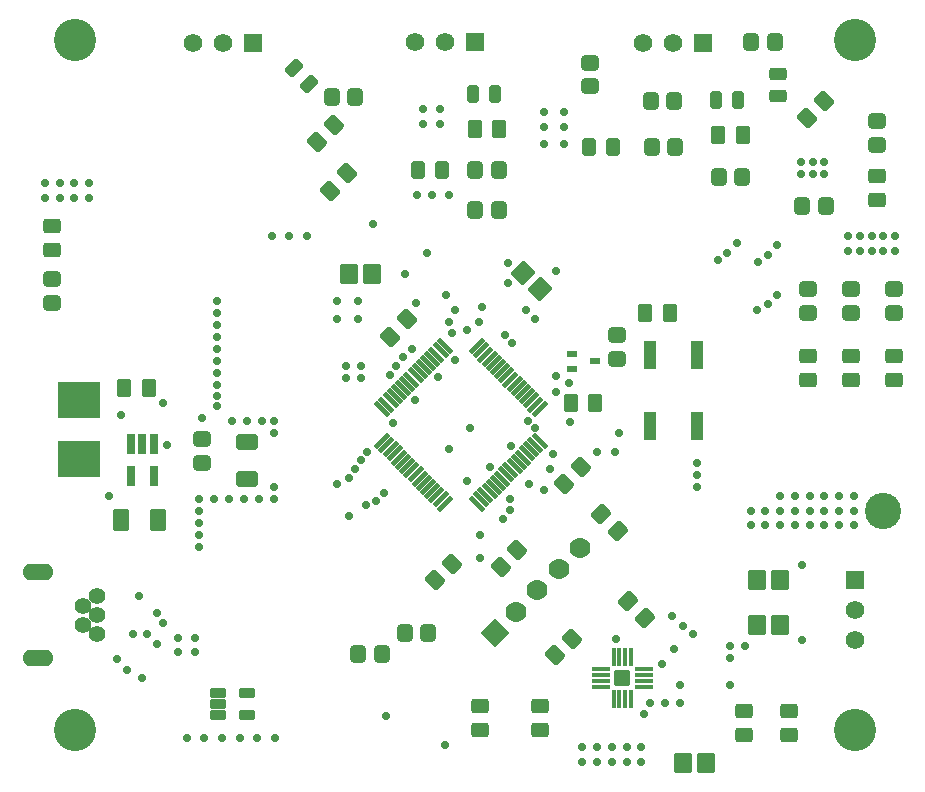
<source format=gbr>
%TF.GenerationSoftware,KiCad,Pcbnew,7.0.10*%
%TF.CreationDate,2024-03-08T11:24:00-05:00*%
%TF.ProjectId,TrumpetMelody,5472756d-7065-4744-9d65-6c6f64792e6b,rev?*%
%TF.SameCoordinates,Original*%
%TF.FileFunction,Soldermask,Top*%
%TF.FilePolarity,Negative*%
%FSLAX46Y46*%
G04 Gerber Fmt 4.6, Leading zero omitted, Abs format (unit mm)*
G04 Created by KiCad (PCBNEW 7.0.10) date 2024-03-08 11:24:00*
%MOMM*%
%LPD*%
G01*
G04 APERTURE LIST*
G04 Aperture macros list*
%AMRoundRect*
0 Rectangle with rounded corners*
0 $1 Rounding radius*
0 $2 $3 $4 $5 $6 $7 $8 $9 X,Y pos of 4 corners*
0 Add a 4 corners polygon primitive as box body*
4,1,4,$2,$3,$4,$5,$6,$7,$8,$9,$2,$3,0*
0 Add four circle primitives for the rounded corners*
1,1,$1+$1,$2,$3*
1,1,$1+$1,$4,$5*
1,1,$1+$1,$6,$7*
1,1,$1+$1,$8,$9*
0 Add four rect primitives between the rounded corners*
20,1,$1+$1,$2,$3,$4,$5,0*
20,1,$1+$1,$4,$5,$6,$7,0*
20,1,$1+$1,$6,$7,$8,$9,0*
20,1,$1+$1,$8,$9,$2,$3,0*%
%AMHorizOval*
0 Thick line with rounded ends*
0 $1 width*
0 $2 $3 position (X,Y) of the first rounded end (center of the circle)*
0 $4 $5 position (X,Y) of the second rounded end (center of the circle)*
0 Add line between two ends*
20,1,$1,$2,$3,$4,$5,0*
0 Add two circle primitives to create the rounded ends*
1,1,$1,$2,$3*
1,1,$1,$4,$5*%
G04 Aperture macros list end*
%ADD10RoundRect,0.102000X-0.642500X-0.735000X0.642500X-0.735000X0.642500X0.735000X-0.642500X0.735000X0*%
%ADD11RoundRect,0.102000X-0.685000X-0.685000X0.685000X-0.685000X0.685000X0.685000X-0.685000X0.685000X0*%
%ADD12C,1.574000*%
%ADD13RoundRect,0.265833X-0.472167X0.372167X-0.472167X-0.372167X0.472167X-0.372167X0.472167X0.372167X0*%
%ADD14RoundRect,0.265833X-0.372167X-0.472167X0.372167X-0.472167X0.372167X0.472167X-0.372167X0.472167X0*%
%ADD15RoundRect,0.265833X-0.070711X0.597034X-0.597034X0.070711X0.070711X-0.597034X0.597034X-0.070711X0*%
%ADD16RoundRect,0.265833X0.070711X-0.597034X0.597034X-0.070711X-0.070711X0.597034X-0.597034X0.070711X0*%
%ADD17RoundRect,0.266170X-0.097227X0.605397X-0.605397X0.097227X0.097227X-0.605397X0.605397X-0.097227X0*%
%ADD18RoundRect,0.266170X0.359330X0.496830X-0.359330X0.496830X-0.359330X-0.496830X0.359330X-0.496830X0*%
%ADD19C,3.576000*%
%ADD20RoundRect,0.262750X-0.521845X-0.150260X-0.150260X-0.521845X0.521845X0.150260X0.150260X0.521845X0*%
%ADD21RoundRect,0.265833X0.372167X0.472167X-0.372167X0.472167X-0.372167X-0.472167X0.372167X-0.472167X0*%
%ADD22RoundRect,0.262750X0.475250X-0.262750X0.475250X0.262750X-0.475250X0.262750X-0.475250X-0.262750X0*%
%ADD23RoundRect,0.265833X-0.597034X-0.070711X-0.070711X-0.597034X0.597034X0.070711X0.070711X0.597034X0*%
%ADD24C,1.412000*%
%ADD25O,2.620000X1.412000*%
%ADD26RoundRect,0.266170X-0.496830X0.359330X-0.496830X-0.359330X0.496830X-0.359330X0.496830X0.359330X0*%
%ADD27RoundRect,0.265833X0.472167X-0.372167X0.472167X0.372167X-0.472167X0.372167X-0.472167X-0.372167X0*%
%ADD28RoundRect,0.102000X0.642500X0.735000X-0.642500X0.735000X-0.642500X-0.735000X0.642500X-0.735000X0*%
%ADD29RoundRect,0.266522X0.471478X-0.346478X0.471478X0.346478X-0.471478X0.346478X-0.471478X-0.346478X0*%
%ADD30RoundRect,0.038000X-0.127000X-0.749300X0.127000X-0.749300X0.127000X0.749300X-0.127000X0.749300X0*%
%ADD31RoundRect,0.038000X-0.749300X0.127000X-0.749300X-0.127000X0.749300X-0.127000X0.749300X0.127000X0*%
%ADD32RoundRect,0.038000X-0.622300X0.622300X-0.622300X-0.622300X0.622300X-0.622300X0.622300X0.622300X0*%
%ADD33RoundRect,0.266522X-0.471478X0.346478X-0.471478X-0.346478X0.471478X-0.346478X0.471478X0.346478X0*%
%ADD34RoundRect,0.038000X-0.325000X0.780000X-0.325000X-0.780000X0.325000X-0.780000X0.325000X0.780000X0*%
%ADD35RoundRect,0.038000X1.750000X-1.500000X1.750000X1.500000X-1.750000X1.500000X-1.750000X-1.500000X0*%
%ADD36RoundRect,0.262750X-0.262750X-0.475250X0.262750X-0.475250X0.262750X0.475250X-0.262750X0.475250X0*%
%ADD37RoundRect,0.038000X-0.500000X1.125000X-0.500000X-1.125000X0.500000X-1.125000X0.500000X1.125000X0*%
%ADD38RoundRect,0.266522X-0.346478X-0.471478X0.346478X-0.471478X0.346478X0.471478X-0.346478X0.471478X0*%
%ADD39C,3.076000*%
%ADD40RoundRect,0.266170X-0.359330X-0.496830X0.359330X-0.496830X0.359330X0.496830X-0.359330X0.496830X0*%
%ADD41RoundRect,0.102000X-0.974040X-0.065407X-0.065407X-0.974040X0.974040X0.065407X0.065407X0.974040X0*%
%ADD42RoundRect,0.038000X1.202082X0.000000X0.000000X1.202082X-1.202082X0.000000X0.000000X-1.202082X0*%
%ADD43HorizOval,1.776000X0.000000X0.000000X0.000000X0.000000X0*%
%ADD44RoundRect,0.264340X-0.436160X-0.673660X0.436160X-0.673660X0.436160X0.673660X-0.436160X0.673660X0*%
%ADD45RoundRect,0.094000X0.441942X0.574878X-0.574878X-0.441942X-0.441942X-0.574878X0.574878X0.441942X0*%
%ADD46RoundRect,0.094000X-0.441942X0.574878X-0.574878X0.441942X0.441942X-0.574878X0.574878X-0.441942X0*%
%ADD47RoundRect,0.262750X0.262750X0.475250X-0.262750X0.475250X-0.262750X-0.475250X0.262750X-0.475250X0*%
%ADD48RoundRect,0.038000X-0.350000X0.225000X-0.350000X-0.225000X0.350000X-0.225000X0.350000X0.225000X0*%
%ADD49RoundRect,0.119100X-0.587900X-0.277900X0.587900X-0.277900X0.587900X0.277900X-0.587900X0.277900X0*%
%ADD50RoundRect,0.102000X0.685000X-0.685000X0.685000X0.685000X-0.685000X0.685000X-0.685000X-0.685000X0*%
%ADD51RoundRect,0.266170X0.097227X-0.605397X0.605397X-0.097227X-0.097227X0.605397X-0.605397X0.097227X0*%
%ADD52RoundRect,0.264615X0.648385X-0.423385X0.648385X0.423385X-0.648385X0.423385X-0.648385X-0.423385X0*%
%ADD53C,0.736400*%
%ADD54C,1.092000*%
%ADD55C,1.876000*%
G04 APERTURE END LIST*
D10*
%TO.C,FB5*%
X203878000Y-112014000D03*
X205824000Y-112014000D03*
%TD*%
D11*
%TO.C,J3*%
X205613000Y-51054000D03*
D12*
X203073000Y-51054000D03*
X200533000Y-51054000D03*
%TD*%
D13*
%TO.C,R15*%
X218097000Y-71866000D03*
X218097000Y-73866000D03*
%TD*%
D14*
%TO.C,R4*%
X174133000Y-55626000D03*
X176133000Y-55626000D03*
%TD*%
D15*
%TO.C,R23*%
X184294214Y-95105786D03*
X182880000Y-96520000D03*
%TD*%
D16*
%TO.C,R3*%
X172901893Y-59381107D03*
X174316107Y-57966893D03*
%TD*%
%TO.C,R11*%
X193040000Y-102870000D03*
X194454214Y-101455786D03*
%TD*%
D14*
%TO.C,R20*%
X186318041Y-61770219D03*
X188318041Y-61770219D03*
%TD*%
D17*
%TO.C,C17*%
X215836078Y-55937745D03*
X214368832Y-57404991D03*
%TD*%
D18*
%TO.C,C19*%
X188342060Y-58301493D03*
X186267060Y-58301493D03*
%TD*%
D19*
%TO.C,H3*%
X218440000Y-109220000D03*
%TD*%
D20*
%TO.C,D1*%
X170914087Y-53185087D03*
X172239913Y-54510913D03*
%TD*%
D10*
%TO.C,FB2*%
X210144000Y-96520000D03*
X212090000Y-96520000D03*
%TD*%
D21*
%TO.C,R9*%
X208904403Y-62394663D03*
X206904403Y-62394663D03*
%TD*%
D22*
%TO.C,D2*%
X211963000Y-55547500D03*
X211963000Y-53672500D03*
%TD*%
D11*
%TO.C,J4*%
X167513000Y-51054000D03*
D12*
X164973000Y-51054000D03*
X162433000Y-51054000D03*
%TD*%
D23*
%TO.C,R26*%
X199245786Y-98280786D03*
X200660000Y-99695000D03*
%TD*%
D24*
%TO.C,J1*%
X154286352Y-97874978D03*
X153086352Y-98674978D03*
X154286352Y-99474978D03*
X153086352Y-100274978D03*
X154286352Y-101074978D03*
D25*
X149236352Y-103124978D03*
X149236352Y-95824978D03*
%TD*%
D26*
%TO.C,C13*%
X191770000Y-107145000D03*
X191770000Y-109220000D03*
%TD*%
D14*
%TO.C,R21*%
X176381296Y-102761319D03*
X178381296Y-102761319D03*
%TD*%
D27*
%TO.C,R18*%
X220328375Y-59632634D03*
X220328375Y-57632634D03*
%TD*%
D28*
%TO.C,FB3*%
X212131000Y-100330000D03*
X210185000Y-100330000D03*
%TD*%
D15*
%TO.C,R2*%
X195269214Y-86955786D03*
X193855000Y-88370000D03*
%TD*%
D29*
%TO.C,D13*%
X221784857Y-79599857D03*
X221784857Y-77549857D03*
%TD*%
D30*
%TO.C,U3*%
X199505001Y-102984300D03*
X199005000Y-102984300D03*
X198505000Y-102984300D03*
X198004999Y-102984300D03*
D31*
X196964300Y-104024999D03*
X196964300Y-104525000D03*
X196964300Y-105025000D03*
X196964300Y-105525001D03*
D30*
X198004999Y-106565700D03*
X198505000Y-106565700D03*
X199005000Y-106565700D03*
X199505001Y-106565700D03*
D31*
X200545700Y-105525001D03*
X200545700Y-105025000D03*
X200545700Y-104525000D03*
X200545700Y-104024999D03*
D32*
X198755000Y-104775000D03*
%TD*%
D33*
%TO.C,D10*%
X150495000Y-66530000D03*
X150495000Y-68580000D03*
%TD*%
D34*
%TO.C,U2*%
X159065000Y-85010000D03*
X158115000Y-85010000D03*
X157165000Y-85010000D03*
X157165000Y-87710000D03*
X159065000Y-87710000D03*
%TD*%
D35*
%TO.C,LQH1*%
X152781000Y-86280000D03*
X152781000Y-81280000D03*
%TD*%
D36*
%TO.C,D3*%
X186133500Y-55372000D03*
X188008500Y-55372000D03*
%TD*%
D26*
%TO.C,C12*%
X212831667Y-107578444D03*
X212831667Y-109653444D03*
%TD*%
%TO.C,C10*%
X186690000Y-107145000D03*
X186690000Y-109220000D03*
%TD*%
D14*
%TO.C,R6*%
X186272737Y-65143476D03*
X188272737Y-65143476D03*
%TD*%
D11*
%TO.C,RV1*%
X186255606Y-50919442D03*
D12*
X183715606Y-50919442D03*
X181175606Y-50919442D03*
%TD*%
D37*
%TO.C,SW1*%
X205105000Y-77470000D03*
X205105000Y-83470000D03*
X201105000Y-77470000D03*
X201105000Y-83470000D03*
%TD*%
D14*
%TO.C,R22*%
X180340000Y-100965000D03*
X182340000Y-100965000D03*
%TD*%
D27*
%TO.C,R17*%
X150495000Y-73025000D03*
X150495000Y-71025000D03*
%TD*%
D14*
%TO.C,R8*%
X213965738Y-64805458D03*
X215965738Y-64805458D03*
%TD*%
D38*
%TO.C,D7*%
X195952000Y-59877781D03*
X198002000Y-59877781D03*
%TD*%
D29*
%TO.C,D12*%
X218097000Y-79581000D03*
X218097000Y-77531000D03*
%TD*%
D39*
%TO.C,GND TP*%
X220855000Y-90620000D03*
%TD*%
D40*
%TO.C,C6*%
X200677011Y-73914000D03*
X202752011Y-73914000D03*
%TD*%
%TO.C,C9*%
X194394000Y-81534000D03*
X196469000Y-81534000D03*
%TD*%
D14*
%TO.C,R19*%
X201233946Y-59823090D03*
X203233946Y-59823090D03*
%TD*%
D17*
%TO.C,C11*%
X175431846Y-62058154D03*
X173964600Y-63525400D03*
%TD*%
D40*
%TO.C,C18*%
X206874152Y-58783961D03*
X208949152Y-58783961D03*
%TD*%
D27*
%TO.C,R1*%
X198322970Y-77747943D03*
X198322970Y-75747943D03*
%TD*%
D19*
%TO.C,H4*%
X152400000Y-109220000D03*
%TD*%
%TO.C,H2*%
X218440000Y-50800000D03*
%TD*%
D41*
%TO.C,FB4*%
X190368570Y-70480570D03*
X191744600Y-71856600D03*
%TD*%
D27*
%TO.C,R7*%
X196035339Y-54695220D03*
X196035339Y-52695220D03*
%TD*%
D19*
%TO.C,H1*%
X152400000Y-50800000D03*
%TD*%
D23*
%TO.C,R25*%
X196929515Y-90899070D03*
X198343729Y-92313284D03*
%TD*%
D29*
%TO.C,D11*%
X214468000Y-79581000D03*
X214468000Y-77531000D03*
%TD*%
D38*
%TO.C,D9*%
X181467602Y-61802042D03*
X183517602Y-61802042D03*
%TD*%
D40*
%TO.C,GRM21*%
X156569500Y-80264000D03*
X158644500Y-80264000D03*
%TD*%
D26*
%TO.C,C14*%
X209042338Y-107578444D03*
X209042338Y-109653444D03*
%TD*%
D42*
%TO.C,J2*%
X187960000Y-100965000D03*
D43*
X189756051Y-99168949D03*
X191552102Y-97372898D03*
X193348154Y-95576846D03*
X195144205Y-93780795D03*
%TD*%
D44*
%TO.C,GRM31*%
X156298500Y-91440000D03*
X159423500Y-91440000D03*
%TD*%
D10*
%TO.C,FB1*%
X175605000Y-70620000D03*
X177551000Y-70620000D03*
%TD*%
D16*
%TO.C,R24*%
X188450786Y-95394214D03*
X189865000Y-93980000D03*
%TD*%
D45*
%TO.C,U1*%
X191750464Y-82003302D03*
X191396911Y-81649749D03*
X191043358Y-81296196D03*
X190689804Y-80942642D03*
X190336251Y-80589089D03*
X189982697Y-80235535D03*
X189629144Y-79881982D03*
X189275591Y-79528429D03*
X188922037Y-79174875D03*
X188568484Y-78821322D03*
X188214931Y-78467769D03*
X187861377Y-78114215D03*
X187507824Y-77760662D03*
X187154270Y-77407108D03*
X186800717Y-77053555D03*
X186447164Y-76700002D03*
D46*
X183724802Y-76700002D03*
X183371249Y-77053555D03*
X183017696Y-77407108D03*
X182664142Y-77760662D03*
X182310589Y-78114215D03*
X181957035Y-78467769D03*
X181603482Y-78821322D03*
X181249929Y-79174875D03*
X180896375Y-79528429D03*
X180542822Y-79881982D03*
X180189269Y-80235535D03*
X179835715Y-80589089D03*
X179482162Y-80942642D03*
X179128608Y-81296196D03*
X178775055Y-81649749D03*
X178421502Y-82003302D03*
D45*
X178421502Y-84725664D03*
X178775055Y-85079217D03*
X179128608Y-85432770D03*
X179482162Y-85786324D03*
X179835715Y-86139877D03*
X180189269Y-86493431D03*
X180542822Y-86846984D03*
X180896375Y-87200537D03*
X181249929Y-87554091D03*
X181603482Y-87907644D03*
X181957035Y-88261197D03*
X182310589Y-88614751D03*
X182664142Y-88968304D03*
X183017696Y-89321858D03*
X183371249Y-89675411D03*
X183724802Y-90028964D03*
D46*
X186447164Y-90028964D03*
X186800717Y-89675411D03*
X187154270Y-89321858D03*
X187507824Y-88968304D03*
X187861377Y-88614751D03*
X188214931Y-88261197D03*
X188568484Y-87907644D03*
X188922037Y-87554091D03*
X189275591Y-87200537D03*
X189629144Y-86846984D03*
X189982697Y-86493431D03*
X190336251Y-86139877D03*
X190689804Y-85786324D03*
X191043358Y-85432770D03*
X191396911Y-85079217D03*
X191750464Y-84725664D03*
%TD*%
D13*
%TO.C,R14*%
X214468000Y-71866000D03*
X214468000Y-73866000D03*
%TD*%
D47*
%TO.C,D4*%
X208582500Y-55880000D03*
X206707500Y-55880000D03*
%TD*%
D13*
%TO.C,R16*%
X221731500Y-71894894D03*
X221731500Y-73894894D03*
%TD*%
D21*
%TO.C,R5*%
X211662118Y-50938708D03*
X209662118Y-50938708D03*
%TD*%
D48*
%TO.C,U4*%
X194453000Y-77328000D03*
X194453000Y-78628000D03*
X196453000Y-77978000D03*
%TD*%
D13*
%TO.C,ERJ1*%
X163195000Y-84598000D03*
X163195000Y-86598000D03*
%TD*%
D49*
%TO.C,U5*%
X164495000Y-106050000D03*
X164495000Y-107000000D03*
X164495000Y-107950000D03*
X167005000Y-107950000D03*
X167005000Y-106050000D03*
%TD*%
D21*
%TO.C,R10*%
X203168000Y-55905400D03*
X201168000Y-55905400D03*
%TD*%
D50*
%TO.C,LS1*%
X218440000Y-96520000D03*
D12*
X218440000Y-99060000D03*
X218440000Y-101600000D03*
%TD*%
D51*
%TO.C,C16*%
X179075954Y-75889246D03*
X180543200Y-74422000D03*
%TD*%
D52*
%TO.C,RC1206*%
X167005000Y-87910000D03*
X167005000Y-84810000D03*
%TD*%
D29*
%TO.C,D8*%
X220334656Y-64309273D03*
X220334656Y-62259273D03*
%TD*%
D53*
X194355000Y-83120000D03*
X187560857Y-86900017D03*
X191363602Y-83644765D03*
X156312277Y-82552468D03*
X190742837Y-83010930D03*
X178605000Y-89120000D03*
X179299113Y-83183996D03*
X177014409Y-90117100D03*
X177912955Y-89813840D03*
X183141439Y-79298619D03*
X163195000Y-82804000D03*
X198501000Y-84074000D03*
X215855000Y-90620000D03*
X210855000Y-90620000D03*
X161855000Y-109870000D03*
X195355000Y-110620000D03*
X195355000Y-111870000D03*
X163355000Y-109870000D03*
X192105000Y-58120000D03*
X159893000Y-81534000D03*
X164465000Y-72898000D03*
X164465000Y-73914000D03*
X214605000Y-90620000D03*
X164211000Y-89662000D03*
X164465602Y-80898116D03*
X169291000Y-83058000D03*
X196605000Y-85620000D03*
X161105000Y-101370000D03*
X218855000Y-67370000D03*
X151105000Y-62870000D03*
X193855000Y-58120000D03*
X176605000Y-79370000D03*
X214605000Y-89370000D03*
X151105000Y-64120000D03*
X181855000Y-56620000D03*
X213355000Y-90620000D03*
X207855000Y-105370000D03*
X215855000Y-61120000D03*
X212105000Y-89370000D03*
X156845000Y-104140000D03*
X165481000Y-89662000D03*
X192105000Y-59620000D03*
X209105000Y-102120000D03*
X162605000Y-102620000D03*
X181855000Y-57870000D03*
X197855000Y-111870000D03*
X189105000Y-69620000D03*
X164465000Y-75946000D03*
X169291000Y-84074000D03*
X175355000Y-78370000D03*
X217855000Y-68620000D03*
X185855000Y-83620000D03*
X221855000Y-68620000D03*
X215855000Y-91870000D03*
X169291000Y-89662000D03*
X159331698Y-101931826D03*
X217855000Y-67370000D03*
X200355000Y-110620000D03*
X181355000Y-63870000D03*
X166355000Y-109870000D03*
X200355000Y-111870000D03*
X162941000Y-93726000D03*
X200605000Y-107870000D03*
X168021000Y-89662000D03*
X221855000Y-67370000D03*
X181254400Y-73050400D03*
X162941000Y-89662000D03*
X218355000Y-91870000D03*
X184105000Y-63870000D03*
X217105000Y-89370000D03*
X218855000Y-68620000D03*
X158505735Y-101077370D03*
X207855000Y-102120000D03*
X169355000Y-109870000D03*
X212105000Y-90620000D03*
D54*
X198755000Y-104775000D03*
D53*
X209605000Y-90620000D03*
X153605000Y-64120000D03*
X174605000Y-74370000D03*
X182605000Y-63870000D03*
X219855000Y-68620000D03*
X214605000Y-91870000D03*
X196605000Y-111870000D03*
X183769000Y-110490000D03*
X149855000Y-62870000D03*
X217105000Y-90620000D03*
X218355000Y-89370000D03*
X214855000Y-62120000D03*
X207855000Y-103120000D03*
X164465000Y-77978000D03*
X158115000Y-104775000D03*
X174605000Y-72870000D03*
X178725744Y-107974565D03*
X169291000Y-88646000D03*
X209605000Y-91870000D03*
X193855000Y-56870000D03*
X196605000Y-110620000D03*
X189328624Y-85132250D03*
X213355000Y-89370000D03*
X202355000Y-106870000D03*
X162941000Y-90678000D03*
X181196896Y-81243163D03*
X176355000Y-74370000D03*
X167855000Y-109870000D03*
X157287307Y-101063365D03*
X164465000Y-81788000D03*
X185616313Y-88137454D03*
X215855000Y-62120000D03*
X153605000Y-62870000D03*
X215855000Y-89370000D03*
X176605000Y-78370000D03*
X164465000Y-80010000D03*
X189105000Y-71370000D03*
X164855000Y-109870000D03*
X192105000Y-56870000D03*
X184105000Y-85370000D03*
X213855000Y-61120000D03*
X176355000Y-72870000D03*
X162605000Y-101370000D03*
X166751000Y-89662000D03*
X218355000Y-90620000D03*
X162941000Y-92710000D03*
X183355000Y-57870000D03*
X197855000Y-110620000D03*
X214855000Y-61120000D03*
X213355000Y-91870000D03*
X220855000Y-68620000D03*
X152355000Y-64120000D03*
X183355000Y-56620000D03*
X165735000Y-83058000D03*
X203105000Y-102370000D03*
D55*
X220853000Y-90678000D03*
D53*
X203605000Y-105370000D03*
X199105000Y-111870000D03*
X219855000Y-67370000D03*
X193855000Y-59620000D03*
X168275000Y-83058000D03*
X162941000Y-91694000D03*
X217105000Y-91870000D03*
X203605000Y-106870000D03*
X164465000Y-74930000D03*
X175355000Y-79370000D03*
X164465000Y-76962000D03*
X220855000Y-67370000D03*
X167005000Y-83058000D03*
X149855000Y-64120000D03*
X184555653Y-77884406D03*
X161105000Y-102620000D03*
X202105000Y-103620000D03*
X164465000Y-78994000D03*
X199105000Y-110620000D03*
X198105000Y-85620000D03*
X152355000Y-62870000D03*
X213855000Y-62120000D03*
X201105000Y-106870000D03*
X210855000Y-91870000D03*
X198245857Y-101474143D03*
X212105000Y-91870000D03*
X177605000Y-66370000D03*
X183855000Y-72370000D03*
X188796004Y-75761647D03*
X180355000Y-70620000D03*
X190605000Y-73620000D03*
X193167000Y-70358000D03*
X170545712Y-67375745D03*
X189434147Y-76419941D03*
X191355000Y-74370000D03*
X169049353Y-67383846D03*
X172054488Y-67362739D03*
X160239385Y-85031364D03*
X155321000Y-89408000D03*
X157855000Y-97870000D03*
X182245000Y-68834000D03*
X186855000Y-73370000D03*
X213995000Y-101600000D03*
X213995000Y-95250000D03*
X211857768Y-72392265D03*
X188653585Y-91321414D03*
X211840060Y-68134940D03*
X205105000Y-88620000D03*
X189225811Y-90570706D03*
X211053703Y-73088010D03*
X205105000Y-87620000D03*
X211060276Y-68992484D03*
X210199926Y-69606315D03*
X189235476Y-89623544D03*
X210185000Y-73660000D03*
X205105000Y-86620000D03*
X167005000Y-106045000D03*
X164465000Y-106045000D03*
X155967968Y-103224672D03*
X186690000Y-94615000D03*
X186690000Y-92710000D03*
X193105000Y-80620000D03*
X194242606Y-79838747D03*
X202991350Y-99560115D03*
X206869544Y-69443200D03*
X186605000Y-74620000D03*
X185605000Y-75370000D03*
X184355000Y-75620000D03*
X184105000Y-74620000D03*
X184605000Y-73620000D03*
X180921403Y-76936403D03*
X180205684Y-77652122D03*
X179605000Y-78370492D03*
X179086900Y-79120000D03*
X203901637Y-100392930D03*
X207645000Y-68786000D03*
X204705402Y-101090172D03*
X208484094Y-67986358D03*
X177105000Y-85620000D03*
X176605000Y-86370000D03*
X176105000Y-87120000D03*
X175605000Y-87870000D03*
X174605000Y-88370000D03*
X175605000Y-91120000D03*
X159385000Y-99314000D03*
X159855000Y-100120000D03*
X190855000Y-88370000D03*
X192105000Y-88870000D03*
X192605000Y-87120000D03*
X192855000Y-85870000D03*
X193105000Y-79254500D03*
M02*

</source>
